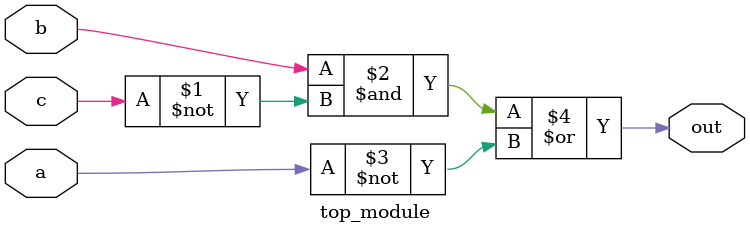
<source format=sv>
module top_module(
	input a, 
	input b,
	input c,
	output out
);

	assign out = (b & ~c) | ~a;

endmodule

</source>
